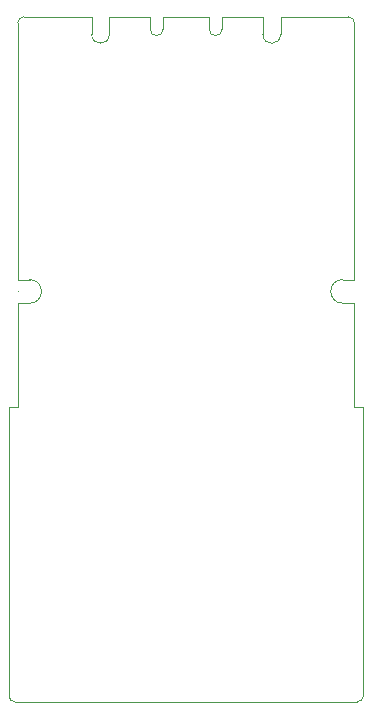
<source format=gbr>
%TF.GenerationSoftware,KiCad,Pcbnew,5.1.6-c6e7f7d~87~ubuntu20.04.1*%
%TF.CreationDate,2020-08-20T18:56:20-06:00*%
%TF.ProjectId,decade,64656361-6465-42e6-9b69-6361645f7063,rev?*%
%TF.SameCoordinates,Original*%
%TF.FileFunction,Profile,NP*%
%FSLAX46Y46*%
G04 Gerber Fmt 4.6, Leading zero omitted, Abs format (unit mm)*
G04 Created by KiCad (PCBNEW 5.1.6-c6e7f7d~87~ubuntu20.04.1) date 2020-08-20 18:56:20*
%MOMM*%
%LPD*%
G01*
G04 APERTURE LIST*
%TA.AperFunction,Profile*%
%ADD10C,0.010000*%
%TD*%
G04 APERTURE END LIST*
D10*
X118050000Y-50000000D02*
X121500000Y-50000000D01*
X118050000Y-50000000D02*
X118050000Y-51050000D01*
X118050000Y-51050000D02*
G75*
G02*
X116950000Y-51050000I-550000J0D01*
G01*
X116950000Y-50000000D02*
X116950000Y-51050000D01*
X113050000Y-51050000D02*
G75*
G02*
X111950000Y-51050000I-550000J0D01*
G01*
X113050000Y-50000000D02*
X113050000Y-51050000D01*
X111950000Y-50000000D02*
X111950000Y-51050000D01*
X113050000Y-50000000D02*
X116950000Y-50000000D01*
X129250000Y-74250000D02*
X129250000Y-83000000D01*
X128250000Y-74250000D02*
G75*
G02*
X128250000Y-72250000I0J1000000D01*
G01*
X129250000Y-72250000D02*
X128250000Y-72250000D01*
X129250000Y-74250000D02*
X128250000Y-74250000D01*
X101750000Y-72250000D02*
G75*
G02*
X101750000Y-74250000I0J-1000000D01*
G01*
X100750000Y-74250000D02*
X100750000Y-83000000D01*
X100750000Y-73250000D02*
X100750000Y-73250000D01*
X100750000Y-74250000D02*
X101750000Y-74250000D01*
X100750000Y-72250000D02*
X101750000Y-72250000D01*
X123000000Y-50000000D02*
X128750000Y-50000000D01*
X123000000Y-50000000D02*
X123000000Y-51500000D01*
X121500000Y-50000000D02*
X121500000Y-51500000D01*
X123000000Y-51500000D02*
G75*
G02*
X121500000Y-51500000I-750000J0D01*
G01*
X108500000Y-50000000D02*
X111950000Y-50000000D01*
X108500000Y-51500000D02*
G75*
G02*
X107000000Y-51500000I-750000J0D01*
G01*
X108500000Y-50000000D02*
X108500000Y-51500000D01*
X107000000Y-50000000D02*
X107000000Y-51500000D01*
X130000000Y-107500000D02*
G75*
G02*
X129500000Y-108000000I-500000J0D01*
G01*
X100500000Y-108000000D02*
G75*
G02*
X100000000Y-107500000I0J500000D01*
G01*
X100750000Y-50500000D02*
G75*
G02*
X101250000Y-50000000I500000J0D01*
G01*
X128750000Y-50000000D02*
G75*
G02*
X129250000Y-50500000I0J-500000D01*
G01*
X100500000Y-108000000D02*
X129500000Y-108000000D01*
X129250000Y-50500000D02*
X129250000Y-72250000D01*
X129250000Y-83000000D02*
X130000000Y-83000000D01*
X130000000Y-83000000D02*
X130000000Y-107500000D01*
X100000000Y-83000000D02*
X100000000Y-107500000D01*
X100750000Y-83000000D02*
X100000000Y-83000000D01*
X100750000Y-50500000D02*
X100750000Y-72250000D01*
X101250000Y-50000000D02*
X107000000Y-50000000D01*
M02*

</source>
